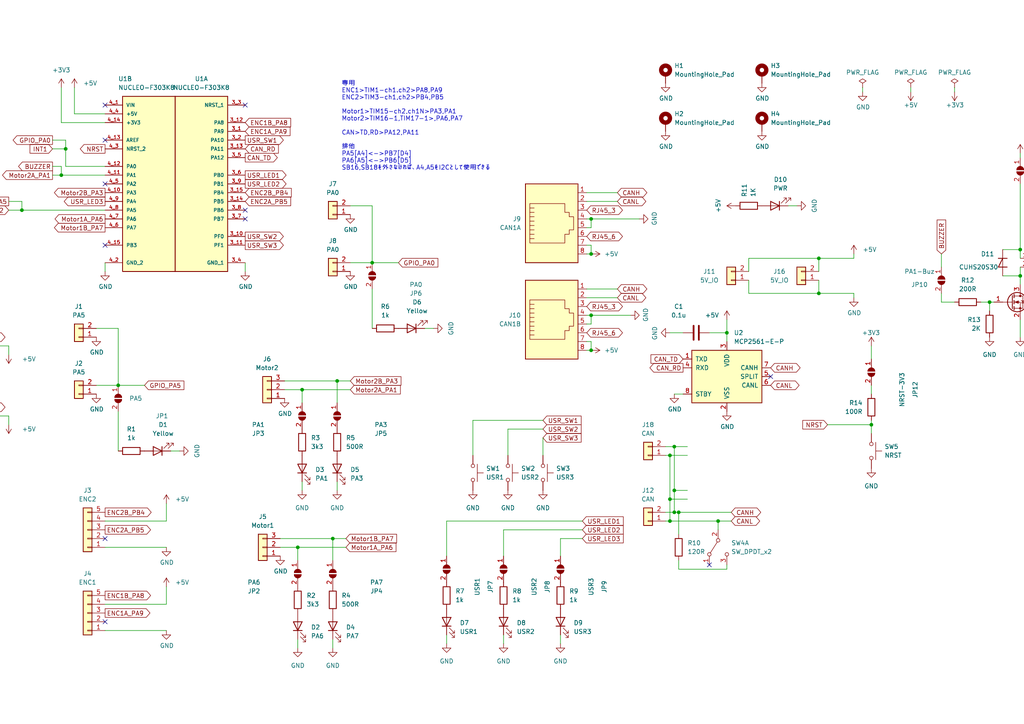
<source format=kicad_sch>
(kicad_sch (version 20211123) (generator eeschema)
  (paper "A4")
  (lib_symbols
    (symbol "Connector:RJ45" (pin_names (offset 1.016))
      (property "Reference" "J" (at -5.08 13.97 0))
      (property "Value" "RJ45" (at 2.54 13.97 0))
      (symbol "RJ45_1_1"
        (pin passive line (at 10.16 -7.62 180) (length 2.54) (name "~") (number "1"))
        (pin passive line (at 10.16 -5.08 180) (length 2.54) (name "~") (number "2"))
        (pin passive line (at 10.16 -2.54 180) (length 2.54) (name "~") (number "3"))
        (pin passive line (at 10.16 0 180) (length 2.54) (name "~") (number "4"))
        (pin passive line (at 10.16 2.54 180) (length 2.54) (name "~") (number "5"))
        (pin passive line (at 10.16 5.08 180) (length 2.54) (name "~") (number "6"))
        (pin passive line (at 10.16 7.62 180) (length 2.54) (name "~") (number "7"))
        (pin passive line (at 10.16 10.16 180) (length 2.54) (name "~") (number "8"))
      )
    )
    (symbol "Connector_Generic:Conn_01x02" (pin_names (offset 1.016) hide)
      (property "Reference" "J" (at 0 2.54 0))
      (property "Value" "Conn_01x02" (at 0 -5.08 0))
      (symbol "Conn_01x02_1_1"
        (pin passive line (at -5.08 0 0) (length 3.81) (name "Pin_1") (number "1"))
        (pin passive line (at -5.08 -2.54 0) (length 3.81) (name "Pin_2") (number "2"))
      )
    )
    (symbol "Connector_Generic:Conn_01x03" (pin_names (offset 1.016) hide)
      (property "Reference" "J" (at 0 5.08 0))
      (property "Value" "Conn_01x03" (at 0 -5.08 0))
      (symbol "Conn_01x03_1_1"
        (pin passive line (at -5.08 2.54 0) (length 3.81) (name "Pin_1") (number "1"))
        (pin passive line (at -5.08 0 0) (length 3.81) (name "Pin_2") (number "2"))
        (pin passive line (at -5.08 -2.54 0) (length 3.81) (name "Pin_3") (number "3"))
      )
    )
    (symbol "Connector_Generic:Conn_01x05" (pin_names (offset 1.016) hide)
      (property "Reference" "J" (at 0 7.62 0))
      (property "Value" "Conn_01x05" (at 0 -7.62 0))
      (symbol "Conn_01x05_1_1"
        (pin passive line (at -5.08 5.08 0) (length 3.81) (name "Pin_1") (number "1"))
        (pin passive line (at -5.08 2.54 0) (length 3.81) (name "Pin_2") (number "2"))
        (pin passive line (at -5.08 0 0) (length 3.81) (name "Pin_3") (number "3"))
        (pin passive line (at -5.08 -2.54 0) (length 3.81) (name "Pin_4") (number "4"))
        (pin passive line (at -5.08 -5.08 0) (length 3.81) (name "Pin_5") (number "5"))
      )
    )
    (symbol "Device:C" (pin_numbers hide) (pin_names (offset 0.254))
      (property "Reference" "C" (at 0.635 2.54 0))
      (property "Value" "C" (at 0.635 -2.54 0))
      (symbol "C_1_1"
        (pin passive line (at 0 3.81 270) (length 2.794) (name "~") (number "1"))
        (pin passive line (at 0 -3.81 90) (length 2.794) (name "~") (number "2"))
      )
    )
    (symbol "Device:D_Shockley" (pin_numbers hide) (pin_names (offset 1.016) hide)
      (property "Reference" "D" (at 0 2.54 0))
      (property "Value" "D_Shockley" (at 0 -2.54 0))
      (symbol "D_Shockley_1_1"
        (pin passive line (at -3.81 0 0) (length 2.54) (name "K") (number "1"))
        (pin passive line (at 3.81 0 180) (length 2.54) (name "A") (number "2"))
      )
    )
    (symbol "Device:LED" (pin_numbers hide) (pin_names (offset 1.016) hide)
      (property "Reference" "D" (at 0 2.54 0))
      (property "Value" "LED" (at 0 -2.54 0))
      (symbol "LED_1_1"
        (pin passive line (at -3.81 0 0) (length 2.54) (name "K") (number "1"))
        (pin passive line (at 3.81 0 180) (length 2.54) (name "A") (number "2"))
      )
    )
    (symbol "Device:Q_NMOS_GSD" (pin_names (offset 0) hide)
      (property "Reference" "Q" (at 5.08 1.27 0))
      (property "Value" "Q_NMOS_GSD" (at 5.08 -1.27 0))
      (symbol "Q_NMOS_GSD_1_1"
        (pin input line (at -5.08 0 0) (length 2.54) (name "G") (number "1"))
        (pin passive line (at 2.54 -5.08 90) (length 2.54) (name "S") (number "2"))
        (pin passive line (at 2.54 5.08 270) (length 2.54) (name "D") (number "3"))
      )
    )
    (symbol "Device:R" (pin_numbers hide) (pin_names (offset 0))
      (property "Reference" "R" (at 2.032 0 90))
      (property "Value" "R" (at 0 0 90))
      (symbol "R_1_1"
        (pin passive line (at 0 3.81 270) (length 1.27) (name "~") (number "1"))
        (pin passive line (at 0 -3.81 90) (length 1.27) (name "~") (number "2"))
      )
    )
    (symbol "Device:Speaker" (pin_names (offset 0) hide)
      (property "Reference" "LS" (at 1.27 5.715 0))
      (property "Value" "Speaker" (at 1.27 3.81 0))
      (symbol "Speaker_1_1"
        (pin input line (at -5.08 0 0) (length 2.54) (name "1") (number "1"))
        (pin input line (at -5.08 -2.54 0) (length 2.54) (name "2") (number "2"))
      )
    )
    (symbol "Interface_CAN_LIN:MCP2561-E-P" (pin_names (offset 1.016))
      (property "Reference" "U" (at -10.16 8.89 0))
      (property "Value" "MCP2561-E-P" (at 2.54 8.89 0))
      (symbol "MCP2561-E-P_1_1"
        (pin input line (at -12.7 5.08 0) (length 2.54) (name "TXD") (number "1"))
        (pin power_in line (at 0 -10.16 90) (length 2.54) (name "VSS") (number "2"))
        (pin power_in line (at 0 10.16 270) (length 2.54) (name "VDD") (number "3"))
        (pin output line (at -12.7 2.54 0) (length 2.54) (name "RXD") (number "4"))
        (pin passive line (at 12.7 0 180) (length 2.54) (name "SPLIT") (number "5"))
        (pin bidirectional line (at 12.7 -2.54 180) (length 2.54) (name "CANL") (number "6"))
        (pin bidirectional line (at 12.7 2.54 180) (length 2.54) (name "CANH") (number "7"))
        (pin input line (at -12.7 -5.08 0) (length 2.54) (name "STBY") (number "8"))
      )
    )
    (symbol "Jumper:SolderJumper_2_Open" (pin_names (offset 0) hide)
      (property "Reference" "JP" (at 0 2.032 0))
      (property "Value" "SolderJumper_2_Open" (at 0 -2.54 0))
      (symbol "SolderJumper_2_Open_1_1"
        (pin passive line (at -3.81 0 0) (length 2.54) (name "A") (number "1"))
        (pin passive line (at 3.81 0 180) (length 2.54) (name "B") (number "2"))
      )
    )
    (symbol "Mechanical:MountingHole_Pad" (pin_numbers hide) (pin_names (offset 1.016) hide)
      (property "Reference" "H" (at 0 6.35 0))
      (property "Value" "MountingHole_Pad" (at 0 4.445 0))
      (symbol "MountingHole_Pad_1_1"
        (pin input line (at 0 -2.54 90) (length 2.54) (name "1") (number "1"))
      )
    )
    (symbol "NUCLEO-F303K8:NUCLEO-F303K8" (pin_names (offset 1.016))
      (property "Reference" "U" (at -7.6292 25.9456 0))
      (property "Value" "NUCLEO-F303K8" (at -7.6233 -27.7005 0))
      (symbol "NUCLEO-F303K8_1_0"
        (pin bidirectional line (at 12.7 15.24 180) (length 5.08) (name "PA9") (number "3_1"))
        (pin bidirectional line (at 12.7 -15.24 180) (length 5.08) (name "PF0") (number "3_10"))
        (pin bidirectional line (at 12.7 -17.78 180) (length 5.08) (name "PF1") (number "3_11"))
        (pin bidirectional line (at 12.7 17.78 180) (length 5.08) (name "PA8") (number "3_12"))
        (pin bidirectional line (at 12.7 10.16 180) (length 5.08) (name "PA11") (number "3_13"))
        (pin bidirectional line (at 12.7 -5.08 180) (length 5.08) (name "PB5") (number "3_14"))
        (pin bidirectional line (at 12.7 -2.54 180) (length 5.08) (name "PB4") (number "3_15"))
        (pin bidirectional line (at 12.7 12.7 180) (length 5.08) (name "PA10") (number "3_2"))
        (pin bidirectional line (at 12.7 22.86 180) (length 5.08) (name "NRST_1") (number "3_3"))
        (pin power_in line (at 12.7 -22.86 180) (length 5.08) (name "GND_1") (number "3_4"))
        (pin bidirectional line (at 12.7 7.62 180) (length 5.08) (name "PA12") (number "3_5"))
        (pin bidirectional line (at 12.7 2.54 180) (length 5.08) (name "PB0") (number "3_6"))
        (pin bidirectional line (at 12.7 -10.16 180) (length 5.08) (name "PB7") (number "3_7"))
        (pin bidirectional line (at 12.7 -7.62 180) (length 5.08) (name "PB6") (number "3_8"))
        (pin bidirectional line (at 12.7 0 180) (length 5.08) (name "PB1") (number "3_9"))
      )
      (symbol "NUCLEO-F303K8_2_0"
        (pin power_in line (at 12.7 22.86 180) (length 5.08) (name "VIN") (number "4_1"))
        (pin bidirectional line (at 12.7 -2.54 180) (length 5.08) (name "PA3") (number "4_10"))
        (pin bidirectional line (at 12.7 2.54 180) (length 5.08) (name "PA1") (number "4_11"))
        (pin bidirectional line (at 12.7 5.08 180) (length 5.08) (name "PA0") (number "4_12"))
        (pin bidirectional line (at 12.7 12.7 180) (length 5.08) (name "AREF") (number "4_13"))
        (pin power_in line (at 12.7 17.78 180) (length 5.08) (name "+3V3") (number "4_14"))
        (pin bidirectional line (at 12.7 -17.78 180) (length 5.08) (name "PB3") (number "4_15"))
        (pin power_in line (at 12.7 -22.86 180) (length 5.08) (name "GND_2") (number "4_2"))
        (pin bidirectional line (at 12.7 10.16 180) (length 5.08) (name "NRST_2") (number "4_3"))
        (pin power_in line (at 12.7 20.32 180) (length 5.08) (name "+5V") (number "4_4"))
        (pin bidirectional line (at 12.7 0 180) (length 5.08) (name "PA2") (number "4_5"))
        (pin bidirectional line (at 12.7 -12.7 180) (length 5.08) (name "PA7") (number "4_6"))
        (pin bidirectional line (at 12.7 -10.16 180) (length 5.08) (name "PA6") (number "4_7"))
        (pin bidirectional line (at 12.7 -7.62 180) (length 5.08) (name "PA5") (number "4_8"))
        (pin bidirectional line (at 12.7 -5.08 180) (length 5.08) (name "PA4") (number "4_9"))
      )
    )
    (symbol "Switch:SW_DPDT_x2" (pin_names (offset 0) hide)
      (property "Reference" "SW" (at 0 4.318 0))
      (property "Value" "SW_DPDT_x2" (at 0 -5.08 0))
      (symbol "SW_DPDT_x2_1_1"
        (pin passive line (at 5.08 2.54 180) (length 2.54) (name "A") (number "1"))
        (pin passive line (at -5.08 0 0) (length 2.54) (name "B") (number "2"))
        (pin passive line (at 5.08 -2.54 180) (length 2.54) (name "C") (number "3"))
      )
      (symbol "SW_DPDT_x2_2_1"
        (pin passive line (at 5.08 2.54 180) (length 2.54) (name "A") (number "4"))
        (pin passive line (at -5.08 0 0) (length 2.54) (name "B") (number "5"))
        (pin passive line (at 5.08 -2.54 180) (length 2.54) (name "C") (number "6"))
      )
    )
    (symbol "Switch:SW_Push" (pin_numbers hide) (pin_names (offset 1.016) hide)
      (property "Reference" "SW" (at 1.27 2.54 0))
      (property "Value" "SW_Push" (at 0 -1.524 0))
      (symbol "SW_Push_0_1"
        (pin passive line (at -5.08 0 0) (length 2.54) (name "1") (number "1"))
        (pin passive line (at 5.08 0 180) (length 2.54) (name "2") (number "2"))
      )
    )
    (symbol "power:+3V3" (power) (pin_names (offset 0))
      (property "Value" "+3V3" (at 0 3.556 0))
      (symbol "+3V3_1_1"
        (pin power_in line (at 0 0 90) (length 0) hide (name "+3V3") (number "1"))
      )
    )
    (symbol "power:+5V" (power) (pin_names (offset 0))
      (property "Value" "+5V" (at 0 3.556 0))
      (symbol "+5V_1_1"
        (pin power_in line (at 0 0 90) (length 0) hide (name "+5V") (number "1"))
      )
    )
    (symbol "power:GND" (power) (pin_names (offset 0))
      (property "Value" "GND" (at 0 -3.81 0))
      (symbol "GND_1_1"
        (pin power_in line (at 0 0 270) (length 0) hide (name "GND") (number "1"))
      )
    )
    (symbol "power:PWR_FLAG" (power) (pin_numbers hide) (pin_names (offset 0) hide)
      (property "Value" "PWR_FLAG" (at 0 3.81 0))
      (symbol "PWR_FLAG_0_0"
        (pin power_out line (at 0 0 90) (length 0) (name "pwr") (number "1"))
      )
    )
  )
  (junction (at 19.05 43.18))
  (junction (at 171.45 101.6))
  (junction (at 96.52 156.21))
  (junction (at 252.73 123.19))
  (junction (at 194.31 132.08))
  (junction (at 6.35 60.96))
  (junction (at 195.58 142.24))
  (junction (at 86.36 158.75))
  (junction (at 194.31 151.13))
  (junction (at 171.45 63.5))
  (junction (at 210.82 96.52))
  (junction (at 107.95 76.2))
  (junction (at 295.91 72.39))
  (junction (at 194.31 144.78))
  (junction (at 309.88 125.73))
  (junction (at 237.49 74.93))
  (junction (at 196.85 148.59))
  (junction (at 195.58 148.59))
  (junction (at 208.28 151.13))
  (junction (at 309.88 128.27))
  (junction (at 287.02 87.63))
  (junction (at 171.45 73.66))
  (junction (at 97.79 110.49))
  (junction (at 295.91 80.01))
  (junction (at 237.49 85.09))
  (junction (at 87.63 113.03))
  (junction (at 171.45 91.44))
  (junction (at 195.58 129.54))
  (junction (at 34.29 111.76))
  (junction (at 17.78 50.8))
  (no_connect (at 71.12 30.48))
  (no_connect (at 71.12 60.96))
  (no_connect (at 205.74 163.83))
  (no_connect (at 71.12 63.5))
  (no_connect (at 223.52 109.22))
  (no_connect (at 30.48 30.48))
  (no_connect (at 30.48 53.34))
  (no_connect (at 30.48 180.34))
  (no_connect (at 30.48 156.21))
  (no_connect (at 30.48 40.64))
  (no_connect (at 30.48 71.12))
  (wire (pts (xy 30.48 151.13) (xy 48.26 151.13)))
  (wire (pts (xy 34.29 119.38) (xy 34.29 130.81)))
  (wire (pts (xy 27.94 95.25) (xy 34.29 95.25)))
  (wire (pts (xy 48.26 151.13) (xy 48.26 146.05)))
  (wire (pts (xy 247.65 73.66) (xy 247.65 74.93)))
  (wire (pts (xy 96.52 156.21) (xy 81.28 156.21)))
  (wire (pts (xy 194.31 132.08) (xy 199.39 132.08)))
  (wire (pts (xy 309.88 125.73) (xy 314.96 125.73)))
  (wire (pts (xy 284.48 87.63) (xy 287.02 87.63)))
  (wire (pts (xy 170.18 93.98) (xy 171.45 93.98)))
  (wire (pts (xy 170.18 101.6) (xy 171.45 101.6)))
  (wire (pts (xy 19.05 48.26) (xy 19.05 43.18)))
  (wire (pts (xy 170.18 73.66) (xy 171.45 73.66)))
  (wire (pts (xy 295.91 77.47) (xy 295.91 80.01)))
  (wire (pts (xy 19.05 48.26) (xy 30.48 48.26)))
  (wire (pts (xy 217.17 81.28) (xy 217.17 85.09)))
  (wire (pts (xy 252.73 111.76) (xy 252.73 114.3)))
  (wire (pts (xy 195.58 129.54) (xy 195.58 142.24)))
  (wire (pts (xy 123.19 95.25) (xy 125.73 95.25)))
  (wire (pts (xy 309.88 128.27) (xy 309.88 130.81)))
  (wire (pts (xy 146.05 184.15) (xy 146.05 186.69)))
  (wire (pts (xy 97.79 139.7) (xy 97.79 142.24)))
  (wire (pts (xy 170.18 99.06) (xy 171.45 99.06)))
  (wire (pts (xy 19.05 43.18) (xy 19.05 40.64)))
  (wire (pts (xy 15.24 43.18) (xy 19.05 43.18)))
  (wire (pts (xy 170.18 55.88) (xy 179.07 55.88)))
  (wire (pts (xy 2.54 100.33) (xy -5.08 100.33)))
  (wire (pts (xy 170.18 83.82) (xy 179.07 83.82)))
  (wire (pts (xy 194.31 144.78) (xy 199.39 144.78)))
  (wire (pts (xy 96.52 185.42) (xy 96.52 187.96)))
  (wire (pts (xy 15.24 40.64) (xy 19.05 40.64)))
  (wire (pts (xy 2.54 58.42) (xy 6.35 58.42)))
  (wire (pts (xy 264.16 25.4) (xy 264.16 26.67)))
  (wire (pts (xy 205.74 96.52) (xy 210.82 96.52)))
  (wire (pts (xy 107.95 59.69) (xy 107.95 76.2)))
  (wire (pts (xy 34.29 95.25) (xy 34.29 111.76)))
  (wire (pts (xy 250.19 26.67) (xy 250.19 25.4)))
  (wire (pts (xy 107.95 76.2) (xy 115.57 76.2)))
  (wire (pts (xy 168.91 151.13) (xy 129.54 151.13)))
  (wire (pts (xy 196.85 162.56) (xy 196.85 165.1)))
  (wire (pts (xy 162.56 184.15) (xy 162.56 186.69)))
  (wire (pts (xy 168.91 153.67) (xy 146.05 153.67)))
  (wire (pts (xy 87.63 139.7) (xy 87.63 142.24)))
  (wire (pts (xy 15.24 48.26) (xy 17.78 48.26)))
  (wire (pts (xy 208.28 151.13) (xy 212.09 151.13)))
  (wire (pts (xy 137.16 132.08) (xy 137.16 121.92)))
  (wire (pts (xy 2.54 120.65) (xy -5.08 120.65)))
  (wire (pts (xy 217.17 74.93) (xy 237.49 74.93)))
  (wire (pts (xy 195.58 142.24) (xy 199.39 142.24)))
  (wire (pts (xy 237.49 85.09) (xy 247.65 85.09)))
  (wire (pts (xy 170.18 66.04) (xy 171.45 66.04)))
  (wire (pts (xy 2.54 60.96) (xy 6.35 60.96)))
  (wire (pts (xy 273.05 85.09) (xy 273.05 87.63)))
  (wire (pts (xy 237.49 74.93) (xy 247.65 74.93)))
  (wire (pts (xy 196.85 165.1) (xy 210.82 165.1)))
  (wire (pts (xy 287.02 87.63) (xy 288.29 87.63)))
  (wire (pts (xy 193.04 129.54) (xy 195.58 129.54)))
  (wire (pts (xy 100.33 156.21) (xy 96.52 156.21)))
  (wire (pts (xy 49.53 130.81) (xy 52.07 130.81)))
  (wire (pts (xy 86.36 185.42) (xy 86.36 187.96)))
  (wire (pts (xy 182.88 91.44) (xy 171.45 91.44)))
  (wire (pts (xy 309.88 125.73) (xy 309.88 121.92)))
  (wire (pts (xy 290.83 80.01) (xy 295.91 80.01)))
  (wire (pts (xy 162.56 161.29) (xy 162.56 156.21)))
  (wire (pts (xy 295.91 72.39) (xy 295.91 74.93)))
  (wire (pts (xy 240.03 123.19) (xy 252.73 123.19)))
  (wire (pts (xy 107.95 83.82) (xy 107.95 95.25)))
  (wire (pts (xy 162.56 156.21) (xy 168.91 156.21)))
  (wire (pts (xy 295.91 80.01) (xy 295.91 82.55)))
  (wire (pts (xy 2.54 102.87) (xy 2.54 100.33)))
  (wire (pts (xy 194.31 132.08) (xy 194.31 144.78)))
  (wire (pts (xy 287.02 90.17) (xy 287.02 87.63)))
  (wire (pts (xy 196.85 148.59) (xy 212.09 148.59)))
  (wire (pts (xy 15.24 50.8) (xy 17.78 50.8)))
  (wire (pts (xy 247.65 85.09) (xy 247.65 86.36)))
  (wire (pts (xy 87.63 113.03) (xy 87.63 116.84)))
  (wire (pts (xy 196.85 148.59) (xy 196.85 154.94)))
  (wire (pts (xy 97.79 110.49) (xy 82.55 110.49)))
  (wire (pts (xy 157.48 127) (xy 157.48 132.08)))
  (wire (pts (xy 21.59 25.4) (xy 21.59 33.02)))
  (wire (pts (xy 87.63 113.03) (xy 82.55 113.03)))
  (wire (pts (xy 210.82 92.71) (xy 210.82 96.52)))
  (wire (pts (xy 171.45 71.12) (xy 171.45 73.66)))
  (wire (pts (xy 86.36 158.75) (xy 81.28 158.75)))
  (wire (pts (xy 309.88 128.27) (xy 314.96 128.27)))
  (wire (pts (xy 2.54 123.19) (xy 2.54 120.65)))
  (wire (pts (xy 129.54 151.13) (xy 129.54 161.29)))
  (wire (pts (xy 34.29 111.76) (xy 41.91 111.76)))
  (wire (pts (xy 6.35 60.96) (xy 6.35 58.42)))
  (wire (pts (xy 217.17 78.74) (xy 217.17 74.93)))
  (wire (pts (xy 147.32 124.46) (xy 157.48 124.46)))
  (wire (pts (xy 208.28 151.13) (xy 208.28 153.67)))
  (wire (pts (xy 170.18 71.12) (xy 171.45 71.12)))
  (wire (pts (xy 97.79 110.49) (xy 97.79 116.84)))
  (wire (pts (xy 237.49 74.93) (xy 237.49 78.74)))
  (wire (pts (xy 100.33 158.75) (xy 86.36 158.75)))
  (wire (pts (xy 96.52 156.21) (xy 96.52 162.56)))
  (wire (pts (xy 171.45 91.44) (xy 171.45 93.98)))
  (wire (pts (xy 295.91 44.45) (xy 295.91 45.72)))
  (wire (pts (xy 307.34 128.27) (xy 309.88 128.27)))
  (wire (pts (xy 137.16 121.92) (xy 157.48 121.92)))
  (wire (pts (xy 273.05 87.63) (xy 276.86 87.63)))
  (wire (pts (xy 129.54 184.15) (xy 129.54 186.69)))
  (wire (pts (xy 194.31 144.78) (xy 194.31 151.13)))
  (wire (pts (xy 48.26 175.26) (xy 48.26 170.18)))
  (wire (pts (xy 228.6 59.69) (xy 231.14 59.69)))
  (wire (pts (xy 170.18 91.44) (xy 171.45 91.44)))
  (wire (pts (xy 295.91 53.34) (xy 295.91 72.39)))
  (wire (pts (xy 170.18 86.36) (xy 179.07 86.36)))
  (wire (pts (xy 30.48 78.74) (xy 30.48 76.2)))
  (wire (pts (xy 170.18 63.5) (xy 171.45 63.5)))
  (wire (pts (xy 195.58 142.24) (xy 195.58 148.59)))
  (wire (pts (xy 195.58 114.3) (xy 198.12 114.3)))
  (wire (pts (xy 101.6 110.49) (xy 97.79 110.49)))
  (wire (pts (xy 252.73 100.33) (xy 252.73 104.14)))
  (wire (pts (xy 185.42 63.5) (xy 171.45 63.5)))
  (wire (pts (xy 273.05 73.66) (xy 273.05 77.47)))
  (wire (pts (xy 210.82 163.83) (xy 210.82 165.1)))
  (wire (pts (xy 101.6 76.2) (xy 107.95 76.2)))
  (wire (pts (xy 252.73 121.92) (xy 252.73 123.19)))
  (wire (pts (xy 171.45 99.06) (xy 171.45 101.6)))
  (wire (pts (xy 237.49 81.28) (xy 237.49 85.09)))
  (wire (pts (xy 86.36 158.75) (xy 86.36 162.56)))
  (wire (pts (xy 307.34 125.73) (xy 309.88 125.73)))
  (wire (pts (xy -5.08 123.19) (xy -3.81 123.19)))
  (wire (pts (xy 295.91 92.71) (xy 295.91 97.79)))
  (wire (pts (xy 194.31 151.13) (xy 208.28 151.13)))
  (wire (pts (xy 147.32 132.08) (xy 147.32 124.46)))
  (wire (pts (xy 71.12 78.74) (xy 71.12 76.2)))
  (wire (pts (xy 6.35 60.96) (xy 30.48 60.96)))
  (wire (pts (xy 21.59 33.02) (xy 30.48 33.02)))
  (wire (pts (xy 193.04 148.59) (xy 195.58 148.59)))
  (wire (pts (xy 27.94 111.76) (xy 34.29 111.76)))
  (wire (pts (xy 195.58 129.54) (xy 199.39 129.54)))
  (wire (pts (xy 252.73 125.73) (xy 252.73 123.19)))
  (wire (pts (xy 210.82 96.52) (xy 210.82 99.06)))
  (wire (pts (xy 217.17 85.09) (xy 237.49 85.09)))
  (wire (pts (xy -5.08 102.87) (xy -3.81 102.87)))
  (wire (pts (xy 17.78 50.8) (xy 30.48 50.8)))
  (wire (pts (xy 30.48 175.26) (xy 48.26 175.26)))
  (wire (pts (xy 17.78 25.4) (xy 17.78 35.56)))
  (wire (pts (xy 194.31 96.52) (xy 198.12 96.52)))
  (wire (pts (xy 146.05 153.67) (xy 146.05 161.29)))
  (wire (pts (xy 195.58 148.59) (xy 196.85 148.59)))
  (wire (pts (xy 276.86 25.4) (xy 276.86 26.67)))
  (wire (pts (xy 101.6 59.69) (xy 107.95 59.69)))
  (wire (pts (xy 193.04 151.13) (xy 194.31 151.13)))
  (wire (pts (xy 48.26 158.75) (xy 30.48 158.75)))
  (wire (pts (xy 193.04 132.08) (xy 194.31 132.08)))
  (wire (pts (xy 170.18 58.42) (xy 179.07 58.42)))
  (wire (pts (xy 101.6 113.03) (xy 87.63 113.03)))
  (wire (pts (xy 17.78 48.26) (xy 17.78 50.8)))
  (wire (pts (xy 171.45 63.5) (xy 171.45 66.04)))
  (wire (pts (xy 17.78 35.56) (xy 30.48 35.56)))
  (wire (pts (xy 48.26 182.88) (xy 30.48 182.88)))
  (wire (pts (xy 290.83 72.39) (xy 295.91 72.39)))
  (text "専用\nENC1>TIM1-ch1.ch2>PA8,PA9\nENC2>TIM3-ch1,ch2>PB4,PB5\n\nMotor1>TIM15-ch2,ch1N>PA3,PA1\nMotor2>TIM16-1,TIM17-1>,PA6,PA7\n\nCAN>TD,RD>PA12,PA11" (at 99.06 39.37 0) (effects (font (size 1.27 1.27)) (justify left bottom)))
  (text "排他\nPA5[A4]<->PB7[D4]\nPA6[A5]<->PB6[D5]\nSB16,SB18を外さなければ、A4,A5をI2Cとして使用できる" (at 99.06 49.53 0) (effects (font (size 1.27 1.27)) (justify left bottom)))
  (global_label "USR_SW3" (shape output) (at 71.12 71.12 0) (property "Intersheet References" "${INTERSHEET_REFS}" (effects hide)))
  (global_label "RJ45_6" (shape bidirectional) (at 170.18 68.58 0) (property "Intersheet References" "${INTERSHEET_REFS}" (effects hide)))
  (global_label "USR_SW3" (shape input) (at 157.48 127 0) (property "Intersheet References" "${INTERSHEET_REFS}" (effects hide)))
  (global_label "ENC2B_PB4" (shape input) (at 71.12 55.88 0) (property "Intersheet References" "${INTERSHEET_REFS}" (effects hide)))
  (global_label "CANH" (shape bidirectional) (at 179.07 83.82 0) (property "Intersheet References" "${INTERSHEET_REFS}" (effects hide)))
  (global_label "ENC1A_PA9" (shape input) (at 71.12 38.1 0) (property "Intersheet References" "${INTERSHEET_REFS}" (effects hide)))
  (global_label "ENC1A_PA9" (shape output) (at 30.48 177.8 0) (property "Intersheet References" "${INTERSHEET_REFS}" (effects hide)))
  (global_label "USR_SW2" (shape output) (at 71.12 68.58 0) (property "Intersheet References" "${INTERSHEET_REFS}" (effects hide)))
  (global_label "RJ45_3" (shape bidirectional) (at 170.18 88.9 0) (property "Intersheet References" "${INTERSHEET_REFS}" (effects hide)))
  (global_label "RJ45_6" (shape bidirectional) (at 170.18 96.52 0) (property "Intersheet References" "${INTERSHEET_REFS}" (effects hide)))
  (global_label "NRST" (shape input) (at 240.03 123.19 180) (property "Intersheet References" "${INTERSHEET_REFS}" (effects hide)))
  (global_label "ENC2B_PB4" (shape output) (at 30.48 148.59 0) (property "Intersheet References" "${INTERSHEET_REFS}" (effects hide)))
  (global_label "INT1" (shape output) (at -5.08 97.79 0) (property "Intersheet References" "${INTERSHEET_REFS}" (effects hide)))
  (global_label "NRST" (shape output) (at 30.48 43.18 180) (property "Intersheet References" "${INTERSHEET_REFS}" (effects hide)))
  (global_label "CANL" (shape bidirectional) (at 179.07 86.36 0) (property "Intersheet References" "${INTERSHEET_REFS}" (effects hide)))
  (global_label "CANL" (shape bidirectional) (at 212.09 151.13 0) (property "Intersheet References" "${INTERSHEET_REFS}" (effects hide)))
  (global_label "GPIO_PA5" (shape input) (at 41.91 111.76 0) (property "Intersheet References" "${INTERSHEET_REFS}" (effects hide)))
  (global_label "RJ45_3" (shape bidirectional) (at 170.18 60.96 0) (property "Intersheet References" "${INTERSHEET_REFS}" (effects hide)))
  (global_label "Motor1A_PA6" (shape input) (at 100.33 158.75 0) (property "Intersheet References" "${INTERSHEET_REFS}" (effects hide)))
  (global_label "ENC2A_PB5" (shape input) (at 71.12 58.42 0) (property "Intersheet References" "${INTERSHEET_REFS}" (effects hide)))
  (global_label "USR_SW2" (shape input) (at 157.48 124.46 0) (property "Intersheet References" "${INTERSHEET_REFS}" (effects hide)))
  (global_label "USR_LED2" (shape input) (at 168.91 153.67 0) (property "Intersheet References" "${INTERSHEET_REFS}" (effects hide)))
  (global_label "INT2" (shape output) (at -5.08 118.11 0) (property "Intersheet References" "${INTERSHEET_REFS}" (effects hide)))
  (global_label "ENC2A_PB5" (shape output) (at 30.48 153.67 0) (property "Intersheet References" "${INTERSHEET_REFS}" (effects hide)))
  (global_label "BUZZER" (shape input) (at 273.05 73.66 90) (property "Intersheet References" "${INTERSHEET_REFS}" (effects hide)))
  (global_label "GPIO_PA5" (shape output) (at 2.54 58.42 180) (property "Intersheet References" "${INTERSHEET_REFS}" (effects hide)))
  (global_label "USR_LED3" (shape input) (at 168.91 156.21 0) (property "Intersheet References" "${INTERSHEET_REFS}" (effects hide)))
  (global_label "Motor1A_PA6" (shape output) (at 30.48 63.5 180) (property "Intersheet References" "${INTERSHEET_REFS}" (effects hide)))
  (global_label "CANH" (shape bidirectional) (at 212.09 148.59 0) (property "Intersheet References" "${INTERSHEET_REFS}" (effects hide)))
  (global_label "USR_LED3" (shape output) (at 30.48 58.42 180) (property "Intersheet References" "${INTERSHEET_REFS}" (effects hide)))
  (global_label "INT2" (shape input) (at 2.54 60.96 180) (property "Intersheet References" "${INTERSHEET_REFS}" (effects hide)))
  (global_label "Motor2B_PA3" (shape input) (at 101.6 110.49 0) (property "Intersheet References" "${INTERSHEET_REFS}" (effects hide)))
  (global_label "GPIO_PA0" (shape input) (at 115.57 76.2 0) (property "Intersheet References" "${INTERSHEET_REFS}" (effects hide)))
  (global_label "CAN_RD" (shape input) (at 71.12 43.18 0) (property "Intersheet References" "${INTERSHEET_REFS}" (effects hide)))
  (global_label "INT1" (shape input) (at 15.24 43.18 180) (property "Intersheet References" "${INTERSHEET_REFS}" (effects hide)))
  (global_label "Motor1B_PA7" (shape output) (at 30.48 66.04 180) (property "Intersheet References" "${INTERSHEET_REFS}" (effects hide)))
  (global_label "USR_LED1" (shape output) (at 71.12 50.8 0) (property "Intersheet References" "${INTERSHEET_REFS}" (effects hide)))
  (global_label "BUZZER" (shape output) (at 15.24 48.26 180) (property "Intersheet References" "${INTERSHEET_REFS}" (effects hide)))
  (global_label "USR_SW1" (shape output) (at 71.12 40.64 0) (property "Intersheet References" "${INTERSHEET_REFS}" (effects hide)))
  (global_label "ENC1B_PA8" (shape input) (at 71.12 35.56 0) (property "Intersheet References" "${INTERSHEET_REFS}" (effects hide)))
  (global_label "Motor2A_PA1" (shape output) (at 15.24 50.8 180) (property "Intersheet References" "${INTERSHEET_REFS}" (effects hide)))
  (global_label "Motor1B_PA7" (shape input) (at 100.33 156.21 0) (property "Intersheet References" "${INTERSHEET_REFS}" (effects hide)))
  (global_label "CANL" (shape bidirectional) (at 179.07 58.42 0) (property "Intersheet References" "${INTERSHEET_REFS}" (effects hide)))
  (global_label "CAN_TD" (shape input) (at 198.12 104.14 180) (property "Intersheet References" "${INTERSHEET_REFS}" (effects hide)))
  (global_label "USR_LED2" (shape output) (at 71.12 53.34 0) (property "Intersheet References" "${INTERSHEET_REFS}" (effects hide)))
  (global_label "CAN_RD" (shape output) (at 198.12 106.68 180) (property "Intersheet References" "${INTERSHEET_REFS}" (effects hide)))
  (global_label "ENC1B_PA8" (shape output) (at 30.48 172.72 0) (property "Intersheet References" "${INTERSHEET_REFS}" (effects hide)))
  (global_label "USR_LED1" (shape input) (at 168.91 151.13 0) (property "Intersheet References" "${INTERSHEET_REFS}" (effects hide)))
  (global_label "USR_SW1" (shape input) (at 157.48 121.92 0) (property "Intersheet References" "${INTERSHEET_REFS}" (effects hide)))
  (global_label "Motor2A_PA1" (shape input) (at 101.6 113.03 0) (property "Intersheet References" "${INTERSHEET_REFS}" (effects hide)))
  (global_label "CANH" (shape bidirectional) (at 223.52 106.68 0) (property "Intersheet References" "${INTERSHEET_REFS}" (effects hide)))
  (global_label "CANH" (shape bidirectional) (at 179.07 55.88 0) (property "Intersheet References" "${INTERSHEET_REFS}" (effects hide)))
  (global_label "CANL" (shape bidirectional) (at 223.52 111.76 0) (property "Intersheet References" "${INTERSHEET_REFS}" (effects hide)))
  (global_label "CAN_TD" (shape output) (at 71.12 45.72 0) (property "Intersheet References" "${INTERSHEET_REFS}" (effects hide)))
  (global_label "Motor2B_PA3" (shape output) (at 30.48 55.88 180) (property "Intersheet References" "${INTERSHEET_REFS}" (effects hide)))
  (global_label "GPIO_PA0" (shape output) (at 15.24 40.64 180) (property "Intersheet References" "${INTERSHEET_REFS}" (effects hide)))
  (symbol (lib_id "power:+5V") (at 2.54 102.87 180) (unit 1)
    (property "Reference" "#PWR053" (effects hide))
    (property "Value" "+5V" (at 6.35 104.1399 0) (effects (justify right)))
  )
  (symbol (lib_id "Device:LED") (at 129.54 180.34 90) (unit 1)
    (property "Reference" "D7" (at 133.35 180.6574 90) (effects (justify right)))
    (property "Value" "USR1" (at 133.35 183.1974 90) (effects (justify right)))
    (property "Footprint" "LED_SMD:LED_0603_1608Metric_Pad1.05x0.95mm_HandSolder" (effects hide))
    (property "Datasheet" "https://akizukidenshi.com/catalog/g/gI-11879/" (effects hide))
  )
  (symbol (lib_id "Device:R") (at 86.36 173.99 0) (unit 1)
    (property "Reference" "R2" (at 88.9 172.7199 0) (effects (justify left)))
    (property "Value" "3k3" (at 88.9 175.2599 0) (effects (justify left)))
    (property "Footprint" "Resistor_SMD:R_0805_2012Metric_Pad1.20x1.40mm_HandSolder" (effects hide))
  )
  (symbol (lib_id "Jumper:SolderJumper_2_Open") (at 146.05 165.1 270) (unit 1)
    (property "Reference" "JP8" (at 158.75 170.18 0))
    (property "Value" "USR2" (at 154.94 170.18 0))
    (property "Footprint" "Original:solderbridge" (effects hide))
  )
  (symbol (lib_id "power:+5V") (at 171.45 73.66 270) (unit 1)
    (property "Reference" "#PWR028" (effects hide))
    (property "Value" "+5V" (at 175.26 73.6599 90) (effects (justify left)))
  )
  (symbol (lib_id "Jumper:SolderJumper_2_Open") (at 162.56 165.1 270) (unit 1)
    (property "Reference" "JP9" (at 175.26 170.18 0))
    (property "Value" "USR3" (at 171.45 170.18 0))
    (property "Footprint" "Original:solderbridge" (effects hide))
  )
  (symbol (lib_id "power:GND") (at 125.73 95.25 90) (unit 1)
    (property "Reference" "#PWR020" (effects hide))
    (property "Value" "GND" (at 130.81 95.25 0))
  )
  (symbol (lib_id "Device:Speaker") (at 300.99 74.93 0) (unit 1)
    (property "Reference" "LS1" (at 306.07 74.9299 0) (effects (justify left)))
    (property "Value" "UGCT7525AN4" (at 306.07 77.4699 0) (effects (justify left)))
    (property "Footprint" "Original:UGCT7525AN4" (effects hide))
  )
  (symbol (lib_id "power:GND") (at 97.79 142.24 0) (unit 1)
    (property "Reference" "#PWR017" (effects hide))
    (property "Value" "GND" (at 97.79 147.32 0))
  )
  (symbol (lib_id "power:+3V3") (at 309.88 121.92 0) (unit 1)
    (property "Reference" "#PWR041" (effects hide))
    (property "Value" "+3V3" (at 312.42 118.11 0) (effects (justify right)))
  )
  (symbol (lib_id "Jumper:SolderJumper_2_Open") (at 97.79 120.65 270) (unit 1)
    (property "Reference" "JP5" (at 110.49 125.73 90))
    (property "Value" "PA3" (at 110.49 123.19 90))
    (property "Footprint" "Original:solderbridge" (effects hide))
  )
  (symbol (lib_id "Mechanical:MountingHole_Pad") (at 220.98 21.59 0) (unit 1)
    (property "Reference" "H3" (at 223.52 19.0499 0) (effects (justify left)))
    (property "Value" "MountingHole_Pad" (at 223.52 21.5899 0) (effects (justify left)))
    (property "Footprint" "MountingHole:MountingHole_3.2mm_M3_DIN965_Pad" (effects hide))
  )
  (symbol (lib_id "power:GND") (at 27.94 114.3 0) (unit 1)
    (property "Reference" "#PWR04" (effects hide))
    (property "Value" "GND" (at 28.067 118.6942 0))
  )
  (symbol (lib_id "power:GND") (at 30.48 78.74 0) (unit 1)
    (property "Reference" "#PWR05" (effects hide))
    (property "Value" "GND" (at 30.607 83.1342 0))
  )
  (symbol (lib_id "Device:C") (at 201.93 96.52 90) (unit 1)
    (property "Reference" "C1" (at 196.85 88.9 90))
    (property "Value" "0.1u" (at 196.85 91.44 90))
    (property "Footprint" "Capacitor_SMD:C_0805_2012Metric_Pad1.18x1.45mm_HandSolder" (effects hide))
  )
  (symbol (lib_id "power:GND") (at 86.36 187.96 0) (unit 1)
    (property "Reference" "#PWR014" (effects hide))
    (property "Value" "GND" (at 86.36 193.04 0))
  )
  (symbol (lib_id "power:+5V") (at 210.82 92.71 0) (unit 1)
    (property "Reference" "#PWR035" (effects hide))
    (property "Value" "+5V" (at 204.47 91.44 0) (effects (justify left)))
  )
  (symbol (lib_id "Device:R") (at 97.79 128.27 0) (unit 1)
    (property "Reference" "R5" (at 100.33 126.9999 0) (effects (justify left)))
    (property "Value" "500R" (at 100.33 129.5399 0) (effects (justify left)))
    (property "Footprint" "Resistor_SMD:R_0805_2012Metric_Pad1.20x1.40mm_HandSolder" (effects hide))
  )
  (symbol (lib_id "power:GND") (at 101.6 62.23 0) (unit 1)
    (property "Reference" "#PWR018" (effects hide))
    (property "Value" "GND" (at 101.727 66.6242 0))
  )
  (symbol (lib_id "power:GND") (at 182.88 91.44 90) (unit 1)
    (property "Reference" "#PWR029" (effects hide))
    (property "Value" "GND" (at 187.2742 91.313 0))
  )
  (symbol (lib_id "Jumper:SolderJumper_2_Open") (at 86.36 166.37 90) (mirror x) (unit 1)
    (property "Reference" "JP2" (at 73.66 171.45 90))
    (property "Value" "PA6" (at 73.66 168.91 90))
    (property "Footprint" "Original:solderbridge" (effects hide))
  )
  (symbol (lib_id "Mechanical:MountingHole_Pad") (at 193.04 21.59 0) (unit 1)
    (property "Reference" "H1" (at 195.58 19.0499 0) (effects (justify left)))
    (property "Value" "MountingHole_Pad" (at 195.58 21.5899 0) (effects (justify left)))
    (property "Footprint" "MountingHole:MountingHole_3.2mm_M3_DIN965_Pad" (effects hide))
  )
  (symbol (lib_id "power:+5V") (at 48.26 170.18 0) (mirror y) (unit 1)
    (property "Reference" "#PWR08" (effects hide))
    (property "Value" "+5V" (at 50.8 168.9099 0) (effects (justify right)))
  )
  (symbol (lib_id "Device:R") (at 146.05 172.72 0) (unit 1)
    (property "Reference" "R8" (at 148.59 171.4499 0) (effects (justify left)))
    (property "Value" "1k" (at 148.59 173.9899 0) (effects (justify left)))
    (property "Footprint" "Resistor_SMD:R_0805_2012Metric_Pad1.20x1.40mm_HandSolder" (effects hide))
  )
  (symbol (lib_id "Jumper:SolderJumper_2_Open") (at 87.63 120.65 90) (mirror x) (unit 1)
    (property "Reference" "JP3" (at 74.93 125.73 90))
    (property "Value" "PA1" (at 74.93 123.19 90))
    (property "Footprint" "Original:solderbridge" (effects hide))
  )
  (symbol (lib_id "power:GND") (at -3.81 123.19 0) (unit 1)
    (property "Reference" "#PWR052" (effects hide))
    (property "Value" "GND" (at -3.683 127.5842 0))
  )
  (symbol (lib_id "Device:D_Shockley") (at 290.83 76.2 90) (mirror x) (unit 1)
    (property "Reference" "D11" (at 284.48 73.66 90) (effects (justify right)))
    (property "Value" "CUHS20S30" (at 278.13 77.47 90) (effects (justify right)))
    (property "Footprint" "Diode_SMD:D_TUMD2" (effects hide))
  )
  (symbol (lib_id "Connector_Generic:Conn_01x05") (at 25.4 177.8 180) (unit 1)
    (property "Reference" "J4" (at 25.4 166.37 0))
    (property "Value" "ENC1" (at 25.4 168.91 0))
    (property "Footprint" "Connector_JST_XA:JST_XA_B05B-XASK-1_1x05_P2.50mm_Vertical" (effects hide))
  )
  (symbol (lib_id "power:GND") (at 193.04 38.1 0) (unit 1)
    (property "Reference" "#PWR032" (effects hide))
    (property "Value" "GND" (at 193.167 42.4942 0))
  )
  (symbol (lib_id "power:GND") (at 195.58 114.3 0) (unit 1)
    (property "Reference" "#PWR034" (effects hide))
    (property "Value" "GND" (at 195.707 118.6942 0))
  )
  (symbol (lib_id "Connector_Generic:Conn_01x02") (at 212.09 81.28 180) (unit 1)
    (property "Reference" "J11" (at 205.74 78.74 0))
    (property "Value" "5V_IO" (at 205.74 81.28 0))
    (property "Footprint" "Connector_JST_XA:JST_XA_B02B-XASK-1_1x02_P2.50mm_Vertical" (effects hide))
  )
  (symbol (lib_id "Device:LED") (at 87.63 135.89 90) (unit 1)
    (property "Reference" "D3" (at 91.44 136.2074 90) (effects (justify right)))
    (property "Value" "PA1" (at 91.44 138.7474 90) (effects (justify right)))
    (property "Footprint" "LED_SMD:LED_0603_1608Metric_Pad1.05x0.95mm_HandSolder" (effects hide))
    (property "Datasheet" "https://akizukidenshi.com/catalog/g/gI-11879/" (effects hide))
  )
  (symbol (lib_id "NUCLEO-F303K8:NUCLEO-F303K8") (at 58.42 53.34 0) (unit 1)
    (property "Reference" "U1" (at 58.42 22.86 0))
    (property "Value" "NUCLEO-F303K8" (at 58.42 25.4 0))
    (property "Footprint" "NUCLEO-F303K8:MODULE_NUCLEO-F303K8" (effects hide))
    (property "PARTREV" "5" (effects hide))
    (property "MANUFACTURER" "STMicroelectronics" (effects hide))
    (property "SNAPEDA_PN" "NUCLEO-F303K8" (effects hide))
    (property "MAXIMUM_PACKAGE_HEIGHT" "N/A" (effects hide))
    (property "STANDARD" "Manufacturer Recommendations" (effects hide))
  )
  (symbol (lib_id "power:GND") (at 247.65 86.36 0) (unit 1)
    (property "Reference" "#PWR043" (effects hide))
    (property "Value" "GND" (at 247.777 90.7542 0))
  )
  (symbol (lib_id "Connector_Generic:Conn_01x02") (at 22.86 97.79 180) (unit 1)
    (property "Reference" "J1" (at 22.86 88.9 0))
    (property "Value" "PA5" (at 22.86 91.44 0))
    (property "Footprint" "Connector_PinHeader_2.54mm:PinHeader_1x02_P2.54mm_Vertical" (effects hide))
  )
  (symbol (lib_id "power:GND") (at 309.88 130.81 0) (unit 1)
    (property "Reference" "#PWR045" (effects hide))
    (property "Value" "GND" (at 310.007 135.2042 0))
  )
  (symbol (lib_id "power:GND") (at 137.16 142.24 0) (unit 1)
    (property "Reference" "#PWR022" (effects hide))
    (property "Value" "GND" (at 137.16 147.32 0))
  )
  (symbol (lib_id "power:GND") (at 101.6 78.74 0) (unit 1)
    (property "Reference" "#PWR019" (effects hide))
    (property "Value" "GND" (at 101.727 83.1342 0))
  )
  (symbol (lib_id "Device:LED") (at 162.56 180.34 90) (unit 1)
    (property "Reference" "D9" (at 166.37 180.6574 90) (effects (justify right)))
    (property "Value" "USR3" (at 166.37 183.1974 90) (effects (justify right)))
    (property "Footprint" "LED_SMD:LED_0603_1608Metric_Pad1.05x0.95mm_HandSolder" (effects hide))
    (property "Datasheet" "https://akizukidenshi.com/catalog/g/gI-11879/" (effects hide))
  )
  (symbol (lib_id "Connector:RJ45") (at 160.02 63.5 0) (mirror x) (unit 1)
    (property "Reference" "J9" (at 151.13 63.4999 0) (effects (justify right)))
    (property "Value" "CAN1A" (at 151.13 66.0399 0) (effects (justify right)))
    (property "Footprint" "Original:Kai_LAN_RJ45_Neltron_Industrial_7810-8P8C" (effects hide))
    (property "Datasheet" "https://akizukidenshi.com/catalog/g/gC-00159/" (effects hide))
  )
  (symbol (lib_id "Device:LED") (at 119.38 95.25 180) (unit 1)
    (property "Reference" "D6" (at 120.9675 87.63 0))
    (property "Value" "Yellow" (at 120.9675 90.17 0))
    (property "Footprint" "LED_SMD:LED_0603_1608Metric_Pad1.05x0.95mm_HandSolder" (effects hide))
  )
  (symbol (lib_id "Connector_Generic:Conn_01x03") (at -10.16 100.33 180) (unit 1)
    (property "Reference" "J14" (at -10.16 91.44 0))
    (property "Value" "Int1" (at -10.16 93.98 0))
    (property "Footprint" "Connector_JST_XA:JST_XA_B03B-XASK-1_1x03_P2.50mm_Vertical" (effects hide))
  )
  (symbol (lib_id "power:GND") (at 129.54 186.69 0) (unit 1)
    (property "Reference" "#PWR021" (effects hide))
    (property "Value" "GND" (at 129.54 191.77 0))
  )
  (symbol (lib_id "power:GND") (at 96.52 187.96 0) (unit 1)
    (property "Reference" "#PWR016" (effects hide))
    (property "Value" "GND" (at 96.52 193.04 0))
  )
  (symbol (lib_id "power:PWR_FLAG") (at 264.16 25.4 0) (unit 1)
    (property "Reference" "#FLG02" (effects hide))
    (property "Value" "PWR_FLAG" (at 264.16 21.0058 0))
  )
  (symbol (lib_id "power:GND") (at 157.48 142.24 0) (unit 1)
    (property "Reference" "#PWR025" (effects hide))
    (property "Value" "GND" (at 157.48 147.32 0))
  )
  (symbol (lib_id "Connector_Generic:Conn_01x03") (at 76.2 158.75 180) (unit 1)
    (property "Reference" "J5" (at 76.2 149.86 0))
    (property "Value" "Motor1" (at 76.2 152.4 0))
    (property "Footprint" "Connector_JST_XA:JST_XA_B03B-XASK-1_1x03_P2.50mm_Vertical" (effects hide))
  )
  (symbol (lib_id "power:GND") (at 295.91 97.79 0) (unit 1)
    (property "Reference" "#PWR050" (effects hide))
    (property "Value" "GND" (at 295.91 102.87 0))
  )
  (symbol (lib_id "Jumper:SolderJumper_2_Open") (at 34.29 115.57 270) (unit 1)
    (property "Reference" "JP1" (at 46.99 120.65 90))
    (property "Value" "PA5" (at 39.37 115.57 90))
    (property "Footprint" "Original:solderbridge" (effects hide))
  )
  (symbol (lib_id "Device:R") (at 162.56 172.72 0) (unit 1)
    (property "Reference" "R9" (at 165.1 171.4499 0) (effects (justify left)))
    (property "Value" "1k" (at 165.1 173.9899 0) (effects (justify left)))
    (property "Footprint" "Resistor_SMD:R_0805_2012Metric_Pad1.20x1.40mm_HandSolder" (effects hide))
  )
  (symbol (lib_id "Device:LED") (at 45.72 130.81 180) (unit 1)
    (property "Reference" "D1" (at 47.3075 123.19 0))
    (property "Value" "Yellow" (at 47.3075 125.73 0))
    (property "Footprint" "LED_SMD:LED_0603_1608Metric_Pad1.05x0.95mm_HandSolder" (effects hide))
  )
  (symbol (lib_id "power:GND") (at 48.26 158.75 0) (unit 1)
    (property "Reference" "#PWR07" (effects hide))
    (property "Value" "GND" (at 48.387 163.1442 0))
  )
  (symbol (lib_id "Connector:RJ45") (at 160.02 91.44 0) (mirror x) (unit 1)
    (property "Reference" "J10" (at 151.13 91.4399 0) (effects (justify right)))
    (property "Value" "CAN1B" (at 151.13 93.9799 0) (effects (justify right)))
    (property "Footprint" "Original:Kai_LAN_RJ45_Neltron_Industrial_7810-8P8C" (effects hide))
    (property "Datasheet" "https://akizukidenshi.com/catalog/g/gC-00159/" (effects hide))
  )
  (symbol (lib_id "Device:Q_NMOS_GSD") (at 293.37 87.63 0) (unit 1)
    (property "Reference" "Q1" (at 299.72 86.3599 0) (effects (justify left)))
    (property "Value" "2N7002K" (at 299.72 88.8999 0) (effects (justify left)))
    (property "Footprint" "Package_TO_SOT_SMD:SOT-23" (effects hide))
  )
  (symbol (lib_id "Device:R") (at 96.52 173.99 0) (unit 1)
    (property "Reference" "R4" (at 99.06 172.7199 0) (effects (justify left)))
    (property "Value" "500R" (at 99.06 175.2599 0) (effects (justify left)))
    (property "Footprint" "Resistor_SMD:R_0805_2012Metric_Pad1.20x1.40mm_HandSolder" (effects hide))
  )
  (symbol (lib_id "power:GND") (at 146.05 186.69 0) (unit 1)
    (property "Reference" "#PWR023" (effects hide))
    (property "Value" "GND" (at 146.05 191.77 0))
  )
  (symbol (lib_id "Connector_Generic:Conn_01x05") (at 25.4 153.67 180) (unit 1)
    (property "Reference" "J3" (at 25.4 142.24 0))
    (property "Value" "ENC2" (at 25.4 144.78 0))
    (property "Footprint" "Connector_JST_XA:JST_XA_B05B-XASK-1_1x05_P2.50mm_Vertical" (effects hide))
  )
  (symbol (lib_id "Device:LED") (at 97.79 135.89 90) (unit 1)
    (property "Reference" "D5" (at 101.6 136.2074 90) (effects (justify right)))
    (property "Value" "PA3" (at 101.6 138.7474 90) (effects (justify right)))
    (property "Footprint" "LED_SMD:LED_0603_1608Metric_Pad1.05x0.95mm_HandSolder" (effects hide))
    (property "Datasheet" "https://akizukidenshi.com/catalog/g/gI-11879/" (effects hide))
  )
  (symbol (lib_id "power:+3V3") (at 252.73 100.33 0) (unit 1)
    (property "Reference" "#PWR055" (effects hide))
    (property "Value" "+3V3" (at 255.27 96.52 0) (effects (justify right)))
  )
  (symbol (lib_id "power:GND") (at 82.55 115.57 0) (unit 1)
    (property "Reference" "#PWR013" (effects hide))
    (property "Value" "GND" (at 82.677 119.9642 0))
  )
  (symbol (lib_id "power:+5V") (at 295.91 44.45 0) (unit 1)
    (property "Reference" "#PWR049" (effects hide))
    (property "Value" "+5V" (at 298.45 43.1799 0) (effects (justify left)))
  )
  (symbol (lib_id "power:GND") (at 193.04 24.13 0) (unit 1)
    (property "Reference" "#PWR031" (effects hide))
    (property "Value" "GND" (at 193.167 28.5242 0))
  )
  (symbol (lib_id "power:GND") (at 250.19 26.67 0) (unit 1)
    (property "Reference" "#PWR044" (effects hide))
    (property "Value" "GND" (at 250.317 31.0642 0))
  )
  (symbol (lib_id "power:GND") (at 87.63 142.24 0) (unit 1)
    (property "Reference" "#PWR015" (effects hide))
    (property "Value" "GND" (at 87.63 147.32 0))
  )
  (symbol (lib_id "NUCLEO-F303K8:NUCLEO-F303K8") (at 43.18 53.34 0) (mirror y) (unit 2)
    (property "Reference" "U1" (at 34.29 22.86 0) (effects (justify right)))
    (property "Value" "NUCLEO-F303K8" (at 34.29 25.4 0) (effects (justify right)))
    (property "Footprint" "NUCLEO-F303K8:MODULE_NUCLEO-F303K8" (effects hide))
    (property "PARTREV" "5" (effects hide))
    (property "MANUFACTURER" "STMicroelectronics" (effects hide))
    (property "SNAPEDA_PN" "NUCLEO-F303K8" (effects hide))
    (property "MAXIMUM_PACKAGE_HEIGHT" "N/A" (effects hide))
    (property "STANDARD" "Manufacturer Recommendations" (effects hide))
  )
  (symbol (lib_id "Device:LED") (at 146.05 180.34 90) (unit 1)
    (property "Reference" "D8" (at 149.86 180.6574 90) (effects (justify right)))
    (property "Value" "USR2" (at 149.86 183.1974 90) (effects (justify right)))
    (property "Footprint" "LED_SMD:LED_0603_1608Metric_Pad1.05x0.95mm_HandSolder" (effects hide))
    (property "Datasheet" "https://akizukidenshi.com/catalog/g/gI-11879/" (effects hide))
  )
  (symbol (lib_id "Device:R") (at 280.67 87.63 90) (unit 1)
    (property "Reference" "R12" (at 280.67 81.28 90))
    (property "Value" "200R" (at 280.67 83.82 90))
    (property "Footprint" "Resistor_SMD:R_0805_2012Metric_Pad1.20x1.40mm_HandSolder" (effects hide))
  )
  (symbol (lib_id "power:+5V") (at 21.59 25.4 0) (mirror y) (unit 1)
    (property "Reference" "#PWR02" (effects hide))
    (property "Value" "+5V" (at 24.13 24.1299 0) (effects (justify right)))
  )
  (symbol (lib_id "Connector_Generic:Conn_01x02") (at 187.96 132.08 180) (unit 1)
    (property "Reference" "J18" (at 187.96 123.19 0))
    (property "Value" "CAN" (at 187.96 125.73 0))
    (property "Footprint" "Original:JST_GH_SM02B-GHS-TB_1x02-1MP_P1.25mm_Horizontal_Handsolder" (effects hide))
  )
  (symbol (lib_id "Device:R") (at 129.54 172.72 0) (unit 1)
    (property "Reference" "R7" (at 132.08 171.4499 0) (effects (justify left)))
    (property "Value" "1k" (at 132.08 173.9899 0) (effects (justify left)))
    (property "Footprint" "Resistor_SMD:R_0805_2012Metric_Pad1.20x1.40mm_HandSolder" (effects hide))
  )
  (symbol (lib_id "power:GND") (at 185.42 63.5 90) (unit 1)
    (property "Reference" "#PWR027" (effects hide))
    (property "Value" "GND" (at 189.8142 63.373 0))
  )
  (symbol (lib_id "Device:R") (at 111.76 95.25 90) (unit 1)
    (property "Reference" "R6" (at 111.76 88.9 90))
    (property "Value" "1k" (at 111.76 91.44 90))
    (property "Footprint" "Resistor_SMD:R_0805_2012Metric_Pad1.20x1.40mm_HandSolder" (effects hide))
  )
  (symbol (lib_id "Switch:SW_Push") (at 157.48 137.16 270) (unit 1)
    (property "Reference" "SW3" (at 161.29 135.8899 90) (effects (justify left)))
    (property "Value" "USR3" (at 161.29 138.4299 90) (effects (justify left)))
    (property "Footprint" "Original:SW_SPST_PTS810_HandSolder" (effects hide))
    (property "Datasheet" "https://akizukidenshi.com/catalog/g/gP-06185/" (effects hide))
  )
  (symbol (lib_id "Device:LED") (at 224.79 59.69 180) (unit 1)
    (property "Reference" "D10" (at 226.3775 52.07 0))
    (property "Value" "PWR" (at 226.3775 54.61 0))
    (property "Footprint" "LED_SMD:LED_0603_1608Metric_Pad1.05x0.95mm_HandSolder" (effects hide))
    (property "Datasheet" "https://akizukidenshi.com/catalog/g/gI-11879/" (effects hide))
  )
  (symbol (lib_id "power:GND") (at 27.94 97.79 0) (unit 1)
    (property "Reference" "#PWR03" (effects hide))
    (property "Value" "GND" (at 28.067 102.1842 0))
  )
  (symbol (lib_id "power:+5V") (at 264.16 26.67 180) (unit 1)
    (property "Reference" "#PWR046" (effects hide))
    (property "Value" "+5V" (at 264.16 30.48 0))
  )
  (symbol (lib_id "power:GND") (at 252.73 135.89 0) (unit 1)
    (property "Reference" "#PWR0101" (effects hide))
    (property "Value" "GND" (at 252.73 140.97 0))
  )
  (symbol (lib_id "power:GND") (at 220.98 38.1 0) (unit 1)
    (property "Reference" "#PWR039" (effects hide))
    (property "Value" "GND" (at 221.107 42.4942 0))
  )
  (symbol (lib_id "Connector_Generic:Conn_01x03") (at -10.16 120.65 180) (unit 1)
    (property "Reference" "J15" (at -10.16 111.76 0))
    (property "Value" "Int2" (at -10.16 114.3 0))
    (property "Footprint" "Connector_JST_XA:JST_XA_B03B-XASK-1_1x03_P2.50mm_Vertical" (effects hide))
  )
  (symbol (lib_id "Connector_Generic:Conn_01x03") (at 77.47 113.03 180) (unit 1)
    (property "Reference" "J6" (at 77.47 104.14 0))
    (property "Value" "Motor2" (at 77.47 106.68 0))
    (property "Footprint" "Connector_JST_XA:JST_XA_B03B-XASK-1_1x03_P2.50mm_Vertical" (effects hide))
  )
  (symbol (lib_id "power:+5V") (at 247.65 73.66 0) (mirror y) (unit 1)
    (property "Reference" "#PWR042" (effects hide))
    (property "Value" "+5V" (at 250.19 72.3899 0) (effects (justify right)))
  )
  (symbol (lib_id "power:+3V3") (at 17.78 25.4 0) (unit 1)
    (property "Reference" "#PWR01" (effects hide))
    (property "Value" "+3V3" (at 17.78 20.32 0))
  )
  (symbol (lib_id "power:GND") (at 71.12 78.74 0) (unit 1)
    (property "Reference" "#PWR011" (effects hide))
    (property "Value" "GND" (at 71.247 83.1342 0))
  )
  (symbol (lib_id "Device:LED") (at 96.52 181.61 90) (unit 1)
    (property "Reference" "D4" (at 100.33 181.9274 90) (effects (justify right)))
    (property "Value" "PA7" (at 100.33 184.4674 90) (effects (justify right)))
    (property "Footprint" "LED_SMD:LED_0603_1608Metric_Pad1.05x0.95mm_HandSolder" (effects hide))
    (property "Datasheet" "https://akizukidenshi.com/catalog/g/gI-11879/" (effects hide))
  )
  (symbol (lib_id "Connector_Generic:Conn_01x02") (at 187.96 151.13 180) (unit 1)
    (property "Reference" "J12" (at 187.96 142.24 0))
    (property "Value" "CAN" (at 187.96 144.78 0))
    (property "Footprint" "Original:JST_GH_SM02B-GHS-TB_1x02-1MP_P1.25mm_Horizontal_Handsolder" (effects hide))
  )
  (symbol (lib_id "Jumper:SolderJumper_2_Open") (at 96.52 166.37 270) (unit 1)
    (property "Reference" "JP4" (at 109.22 171.45 90))
    (property "Value" "PA7" (at 109.22 168.91 90))
    (property "Footprint" "Original:solderbridge" (effects hide))
  )
  (symbol (lib_id "power:GND") (at 147.32 142.24 0) (unit 1)
    (property "Reference" "#PWR024" (effects hide))
    (property "Value" "GND" (at 147.32 147.32 0))
  )
  (symbol (lib_id "power:GND") (at 52.07 130.81 90) (unit 1)
    (property "Reference" "#PWR010" (effects hide))
    (property "Value" "GND" (at 57.15 130.81 0))
  )
  (symbol (lib_id "Connector_Generic:Conn_01x02") (at 22.86 114.3 180) (unit 1)
    (property "Reference" "J2" (at 22.86 105.41 0))
    (property "Value" "PA5" (at 22.86 107.95 0))
    (property "Footprint" "Connector_JST_XA:JST_XA_B02B-XASK-1_1x02_P2.50mm_Vertical" (effects hide))
  )
  (symbol (lib_id "Device:R") (at 38.1 130.81 90) (unit 1)
    (property "Reference" "R1" (at 38.1 124.46 90))
    (property "Value" "1k" (at 38.1 127 90))
    (property "Footprint" "Resistor_SMD:R_0805_2012Metric_Pad1.20x1.40mm_HandSolder" (effects hide))
  )
  (symbol (lib_id "power:GND") (at 287.02 97.79 0) (unit 1)
    (property "Reference" "#PWR048" (effects hide))
    (property "Value" "GND" (at 287.02 102.87 0))
  )
  (symbol (lib_id "Jumper:SolderJumper_2_Open") (at 252.73 107.95 270) (unit 1)
    (property "Reference" "JP12" (at 265.43 113.03 0))
    (property "Value" "NRST-3V3" (at 261.62 113.03 0))
    (property "Footprint" "Original:solderbridge" (effects hide))
  )
  (symbol (lib_id "power:+3V3") (at 276.86 26.67 180) (unit 1)
    (property "Reference" "#PWR047" (effects hide))
    (property "Value" "+3V3" (at 274.32 30.48 0) (effects (justify right)))
  )
  (symbol (lib_id "Switch:SW_DPDT_x2") (at 208.28 158.75 90) (mirror x) (unit 1)
    (property "Reference" "SW4" (at 212.09 157.4799 90) (effects (justify right)))
    (property "Value" "SW_DPDT_x2" (at 212.09 160.0199 90) (effects (justify right)))
    (property "Footprint" "Original:slide_SW" (effects hide))
    (property "Datasheet" "https://www.marutsu.co.jp/pc/i/605589/" (effects hide))
  )
  (symbol (lib_id "power:PWR_FLAG") (at 250.19 25.4 0) (unit 1)
    (property "Reference" "#FLG01" (effects hide))
    (property "Value" "PWR_FLAG" (at 250.19 21.0058 0))
  )
  (symbol (lib_id "Device:R") (at 196.85 158.75 180) (unit 1)
    (property "Reference" "R10" (at 199.39 157.4799 0) (effects (justify right)))
    (property "Value" "120R" (at 199.39 160.0199 0) (effects (justify right)))
    (property "Footprint" "Resistor_SMD:R_0805_2012Metric_Pad1.20x1.40mm_HandSolder" (effects hide))
  )
  (symbol (lib_id "power:+5V") (at 213.36 59.69 90) (unit 1)
    (property "Reference" "#PWR037" (effects hide))
    (property "Value" "+5V" (at 208.28 59.69 0))
  )
  (symbol (lib_id "Connector_Generic:Conn_01x02") (at 320.04 128.27 0) (mirror x) (unit 1)
    (property "Reference" "J17" (at 320.04 119.38 0))
    (property "Value" "3v3_IO" (at 320.04 121.92 0))
    (property "Footprint" "Connector_PinHeader_2.54mm:PinHeader_1x02_P2.54mm_Vertical" (effects hide))
  )
  (symbol (lib_id "Mechanical:MountingHole_Pad") (at 193.04 35.56 0) (unit 1)
    (property "Reference" "H2" (at 195.58 33.0199 0) (effects (justify left)))
    (property "Value" "MountingHole_Pad" (at 195.58 35.5599 0) (effects (justify left)))
    (property "Footprint" "MountingHole:MountingHole_3.2mm_M3_DIN965_Pad" (effects hide))
  )
  (symbol (lib_id "Switch:SW_Push") (at 252.73 130.81 270) (unit 1)
    (property "Reference" "SW5" (at 256.54 129.5399 90) (effects (justify left)))
    (property "Value" "NRST" (at 256.54 132.0799 90) (effects (justify left)))
    (property "Footprint" "Original:SW_SPST_PTS810_HandSolder" (effects hide))
    (property "Datasheet" "https://akizukidenshi.com/catalog/g/gP-06185/" (effects hide))
  )
  (symbol (lib_id "power:GND") (at 162.56 186.69 0) (unit 1)
    (property "Reference" "#PWR026" (effects hide))
    (property "Value" "GND" (at 162.56 191.77 0))
  )
  (symbol (lib_id "power:GND") (at 81.28 161.29 0) (unit 1)
    (property "Reference" "#PWR012" (effects hide))
    (property "Value" "GND" (at 81.407 165.6842 0))
  )
  (symbol (lib_id "power:GND") (at -3.81 102.87 0) (unit 1)
    (property "Reference" "#PWR051" (effects hide))
    (property "Value" "GND" (at -3.683 107.2642 0))
  )
  (symbol (lib_id "power:GND") (at 231.14 59.69 90) (unit 1)
    (property "Reference" "#PWR040" (effects hide))
    (property "Value" "GND" (at 236.22 59.69 0))
  )
  (symbol (lib_id "Connector_Generic:Conn_01x02") (at 96.52 78.74 180) (unit 1)
    (property "Reference" "J8" (at 96.52 69.85 0))
    (property "Value" "PA0" (at 96.52 72.39 0))
    (property "Footprint" "Connector_JST_XA:JST_XA_B02B-XASK-1_1x02_P2.50mm_Vertical" (effects hide))
  )
  (symbol (lib_id "Device:R") (at 252.73 118.11 0) (mirror x) (unit 1)
    (property "Reference" "R14" (at 250.19 116.8399 0) (effects (justify right)))
    (property "Value" "100R" (at 250.19 119.3799 0) (effects (justify right)))
    (property "Footprint" "Resistor_SMD:R_0805_2012Metric_Pad1.20x1.40mm_HandSolder" (effects hide))
  )
  (symbol (lib_id "Device:LED") (at 86.36 181.61 90) (unit 1)
    (property "Reference" "D2" (at 90.17 181.9274 90) (effects (justify right)))
    (property "Value" "PA6" (at 90.17 184.4674 90) (effects (justify right)))
    (property "Footprint" "LED_SMD:LED_0603_1608Metric_Pad1.05x0.95mm_HandSolder" (effects hide))
    (property "Datasheet" "https://akizukidenshi.com/catalog/g/gI-11879/" (effects hide))
  )
  (symbol (lib_id "Connector_Generic:Conn_01x02") (at 302.26 128.27 180) (unit 1)
    (property "Reference" "J13" (at 302.26 119.38 0))
    (property "Value" "3v3_IO" (at 302.26 121.92 0))
    (property "Footprint" "Connector_PinHeader_2.54mm:PinHeader_1x02_P2.54mm_Vertical" (effects hide))
  )
  (symbol (lib_id "Connector_Generic:Conn_01x02") (at 96.52 62.23 180) (unit 1)
    (property "Reference" "J7" (at 96.52 53.34 0))
    (property "Value" "PA0" (at 96.52 55.88 0))
    (property "Footprint" "Connector_PinHeader_2.54mm:PinHeader_1x02_P2.54mm_Vertical" (effects hide))
  )
  (symbol (lib_id "Jumper:SolderJumper_2_Open") (at 107.95 80.01 270) (unit 1)
    (property "Reference" "JP6" (at 120.65 85.09 90))
    (property "Value" "PA0" (at 120.65 82.55 90))
    (property "Footprint" "Original:solderbridge" (effects hide))
  )
  (symbol (lib_id "power:GND") (at 194.31 96.52 270) (unit 1)
    (property "Reference" "#PWR033" (effects hide))
    (property "Value" "GND" (at 189.9158 96.647 0))
  )
  (symbol (lib_id "power:GND") (at 210.82 119.38 0) (unit 1)
    (property "Reference" "#PWR036" (effects hide))
    (property "Value" "GND" (at 210.947 123.7742 0))
  )
  (symbol (lib_id "Mechanical:MountingHole_Pad") (at 220.98 35.56 0) (unit 1)
    (property "Reference" "H4" (at 223.52 33.0199 0) (effects (justify left)))
    (property "Value" "MountingHole_Pad" (at 223.52 35.5599 0) (effects (justify left)))
    (property "Footprint" "MountingHole:MountingHole_3.2mm_M3_DIN965_Pad" (effects hide))
  )
  (symbol (lib_id "Device:R") (at 87.63 128.27 0) (unit 1)
    (property "Reference" "R3" (at 90.17 126.9999 0) (effects (justify left)))
    (property "Value" "3k3" (at 90.17 129.5399 0) (effects (justify left)))
    (property "Footprint" "Resistor_SMD:R_0805_2012Metric_Pad1.20x1.40mm_HandSolder" (effects hide))
  )
  (symbol (lib_id "power:PWR_FLAG") (at 276.86 25.4 0) (unit 1)
    (property "Reference" "#FLG03" (effects hide))
    (property "Value" "PWR_FLAG" (at 276.86 21.0058 0))
  )
  (symbol (lib_id "power:+5V") (at 171.45 101.6 270) (unit 1)
    (property "Reference" "#PWR030" (effects hide))
    (property "Value" "+5V" (at 175.26 101.5999 90) (effects (justify left)))
  )
  (symbol (lib_id "power:GND") (at 220.98 24.13 0) (unit 1)
    (property "Reference" "#PWR038" (effects hide))
    (property "Value" "GND" (at 221.107 28.5242 0))
  )
  (symbol (lib_id "Jumper:SolderJumper_2_Open") (at 295.91 49.53 270) (unit 1)
    (property "Reference" "JP11" (at 308.61 54.61 90))
    (property "Value" "5v-Buz" (at 308.61 52.07 90))
    (property "Footprint" "Original:solderbridge" (effects hide))
  )
  (symbol (lib_id "Switch:SW_Push") (at 137.16 137.16 270) (unit 1)
    (property "Reference" "SW1" (at 140.97 135.8899 90) (effects (justify left)))
    (property "Value" "USR1" (at 140.97 138.4299 90) (effects (justify left)))
    (property "Footprint" "Original:SW_SPST_PTS810_HandSolder" (effects hide))
    (property "Datasheet" "https://akizukidenshi.com/catalog/g/gP-06185/" (effects hide))
  )
  (symbol (lib_id "Jumper:SolderJumper_2_Open") (at 129.54 165.1 270) (unit 1)
    (property "Reference" "JP7" (at 142.24 170.18 0))
    (property "Value" "USR1" (at 138.43 170.18 0))
    (property "Footprint" "Original:solderbridge" (effects hide))
  )
  (symbol (lib_id "power:+5V") (at 48.26 146.05 0) (mirror y) (unit 1)
    (property "Reference" "#PWR06" (effects hide))
    (property "Value" "+5V" (at 50.8 144.7799 0) (effects (justify right)))
  )
  (symbol (lib_id "Device:R") (at 287.02 93.98 0) (mirror x) (unit 1)
    (property "Reference" "R13" (at 284.48 92.7099 0) (effects (justify right)))
    (property "Value" "2K" (at 284.48 95.2499 0) (effects (justify right)))
    (property "Footprint" "Resistor_SMD:R_0805_2012Metric_Pad1.20x1.40mm_HandSolder" (effects hide))
  )
  (symbol (lib_id "Device:R") (at 217.17 59.69 90) (unit 1)
    (property "Reference" "R11" (at 215.8999 57.15 0) (effects (justify left)))
    (property "Value" "1K" (at 218.4399 57.15 0) (effects (justify left)))
    (property "Footprint" "Resistor_SMD:R_0805_2012Metric_Pad1.20x1.40mm_HandSolder" (effects hide))
  )
  (symbol (lib_id "Connector_Generic:Conn_01x02") (at 232.41 81.28 180) (unit 1)
    (property "Reference" "J16" (at 226.06 78.74 0))
    (property "Value" "5V_IO" (at 226.06 81.28 0))
    (property "Footprint" "Connector_JST_XA:JST_XA_B02B-XASK-1_1x02_P2.50mm_Vertical" (effects hide))
  )
  (symbol (lib_id "Jumper:SolderJumper_2_Open") (at 273.05 81.28 90) (mirror x) (unit 1)
    (property "Reference" "JP10" (at 266.7 82.55 90))
    (property "Value" "PA1-Buz" (at 266.7 78.74 90))
    (property "Footprint" "Original:solderbridge" (effects hide))
  )
  (symbol (lib_id "Switch:SW_Push") (at 147.32 137.16 270) (unit 1)
    (property "Reference" "SW2" (at 151.13 135.8899 90) (effects (justify left)))
    (property "Value" "USR2" (at 151.13 138.4299 90) (effects (justify left)))
    (property "Footprint" "Original:SW_SPST_PTS810_HandSolder" (effects hide))
    (property "Datasheet" "https://akizukidenshi.com/catalog/g/gP-06185/" (effects hide))
  )
  (symbol (lib_id "Interface_CAN_LIN:MCP2561-E-P") (at 210.82 109.22 0) (unit 1)
    (property "Reference" "U2" (at 212.8394 96.52 0) (effects (justify left)))
    (property "Value" "MCP2561-E-P" (at 212.8394 99.06 0) (effects (justify left)))
    (property "Footprint" "Package_DIP:DIP-8_W7.62mm" (effects hide))
    (property "Datasheet" "http://ww1.microchip.com/downloads/en/DeviceDoc/25167A.pdf" (effects hide))
  )
  (symbol (lib_id "power:GND") (at 48.26 182.88 0) (unit 1)
    (property "Reference" "#PWR09" (effects hide))
    (property "Value" "GND" (at 48.387 187.2742 0))
  )
  (symbol (lib_id "power:+5V") (at 2.54 123.19 180) (unit 1)
    (property "Reference" "#PWR054" (effects hide))
    (property "Value" "+5V" (at 6.35 124.4599 0) (effects (justify right)))
  )
)
</source>
